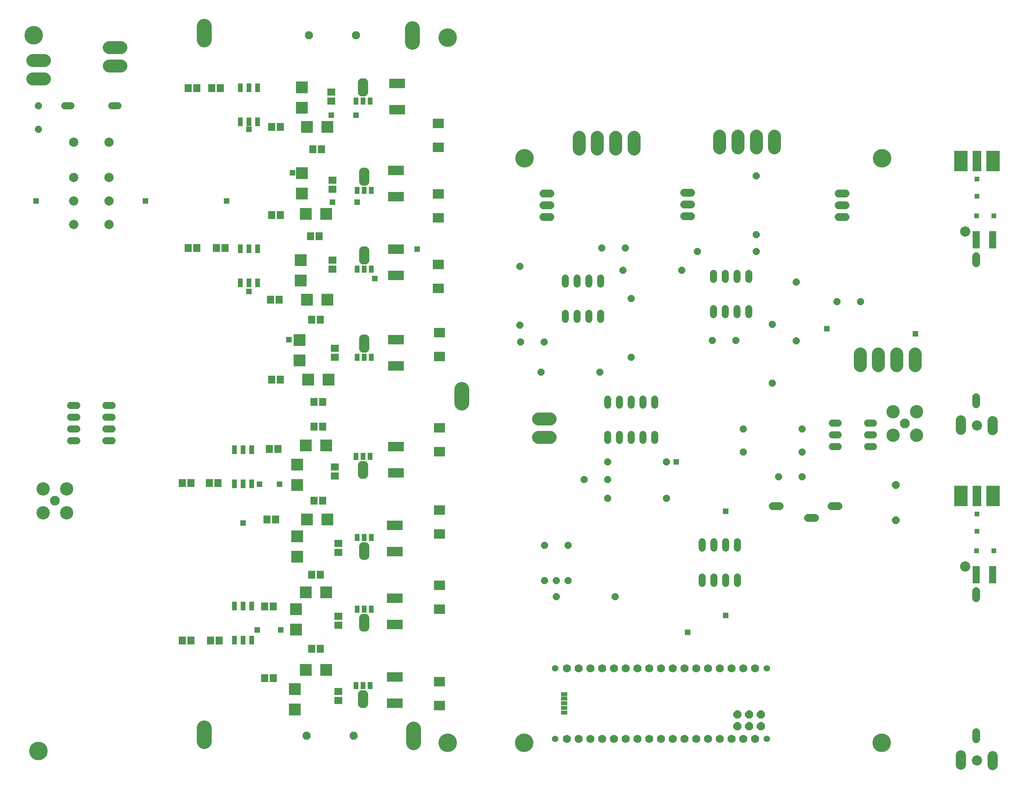
<source format=gts>
G75*
%MOIN*%
%OFA0B0*%
%FSLAX25Y25*%
%IPPOS*%
%LPD*%
%AMOC8*
5,1,8,0,0,1.08239X$1,22.5*
%
%ADD10C,0.15750*%
%ADD11C,0.08674*%
%ADD12C,0.10839*%
%ADD13C,0.08300*%
%ADD14C,0.11300*%
%ADD15R,0.05918X0.06706*%
%ADD16C,0.06000*%
%ADD17C,0.07887*%
%ADD18R,0.04300X0.07400*%
%ADD19R,0.13398X0.07887*%
%ADD20R,0.03950X0.06312*%
%ADD21C,0.06600*%
%ADD22R,0.03937X0.06299*%
%ADD23R,0.09461X0.07887*%
%ADD24C,0.12650*%
%ADD25R,0.10249X0.10249*%
%ADD26OC8,0.06000*%
%ADD27R,0.06706X0.05918*%
%ADD28OC8,0.06800*%
%ADD29C,0.07000*%
%ADD30C,0.05524*%
%ADD31R,0.05800X0.03300*%
%ADD32OC8,0.07000*%
%ADD33OC8,0.06400*%
%ADD34C,0.06800*%
%ADD35R,0.04343X0.03950*%
%ADD36R,0.07800X0.17300*%
%ADD37R,0.11300X0.17300*%
%ADD38C,0.08600*%
%ADD39R,0.03950X0.04343*%
%ADD40R,0.06300X0.14800*%
%ADD41R,0.04762X0.04762*%
D10*
X0028800Y0019800D03*
X0376800Y0026800D03*
X0441800Y0026800D03*
X0745800Y0026800D03*
X0746300Y0524300D03*
X0442300Y0524300D03*
X0376800Y0626800D03*
X0024800Y0628800D03*
D11*
X0816800Y0461800D03*
X0826800Y0296800D03*
X0816800Y0176800D03*
X0826800Y0011800D03*
D12*
X0463820Y0287005D02*
X0453780Y0287005D01*
X0453780Y0302595D02*
X0463820Y0302595D01*
X0727414Y0347780D02*
X0727414Y0357820D01*
X0743005Y0357820D02*
X0743005Y0347780D01*
X0758595Y0347780D02*
X0758595Y0357820D01*
X0774186Y0357820D02*
X0774186Y0347780D01*
X0654686Y0533280D02*
X0654686Y0543320D01*
X0639095Y0543320D02*
X0639095Y0533280D01*
X0623505Y0533280D02*
X0623505Y0543320D01*
X0607914Y0543320D02*
X0607914Y0533280D01*
X0535186Y0532280D02*
X0535186Y0542320D01*
X0519595Y0542320D02*
X0519595Y0532280D01*
X0504005Y0532280D02*
X0504005Y0542320D01*
X0488414Y0542320D02*
X0488414Y0532280D01*
X0098820Y0603005D02*
X0088780Y0603005D01*
X0088780Y0618595D02*
X0098820Y0618595D01*
X0033820Y0607595D02*
X0023780Y0607595D01*
X0023780Y0592005D02*
X0033820Y0592005D01*
D13*
X0042800Y0232800D03*
X0765600Y0298700D03*
D14*
X0755561Y0288661D03*
X0775639Y0288661D03*
X0775639Y0308739D03*
X0755561Y0308739D03*
X0052839Y0242839D03*
X0052839Y0222761D03*
X0032761Y0222761D03*
X0032761Y0242839D03*
D15*
X0151060Y0247800D03*
X0158540Y0247800D03*
X0174060Y0247800D03*
X0181540Y0247800D03*
X0223060Y0216800D03*
X0230540Y0216800D03*
X0263060Y0232800D03*
X0270540Y0232800D03*
X0232540Y0276800D03*
X0225060Y0276800D03*
X0263060Y0295800D03*
X0270540Y0295800D03*
X0270540Y0316800D03*
X0263060Y0316800D03*
X0234540Y0335800D03*
X0227060Y0335800D03*
X0261060Y0386800D03*
X0268540Y0386800D03*
X0233540Y0403800D03*
X0226060Y0403800D03*
X0187540Y0447800D03*
X0180060Y0447800D03*
X0163540Y0447800D03*
X0156060Y0447800D03*
X0227060Y0475800D03*
X0234540Y0475800D03*
X0260060Y0457800D03*
X0267540Y0457800D03*
X0269540Y0531800D03*
X0262060Y0531800D03*
X0234540Y0550800D03*
X0227060Y0550800D03*
X0183540Y0583800D03*
X0176060Y0583800D03*
X0163540Y0583800D03*
X0156060Y0583800D03*
X0261060Y0169800D03*
X0268540Y0169800D03*
X0228540Y0142800D03*
X0221060Y0142800D03*
X0182540Y0113800D03*
X0175060Y0113800D03*
X0158540Y0113800D03*
X0151060Y0113800D03*
X0221060Y0081800D03*
X0228540Y0081800D03*
X0261060Y0106800D03*
X0268540Y0106800D03*
D16*
X0091400Y0283800D02*
X0086200Y0283800D01*
X0086200Y0293800D02*
X0091400Y0293800D01*
X0091400Y0303800D02*
X0086200Y0303800D01*
X0086200Y0313800D02*
X0091400Y0313800D01*
X0061400Y0313800D02*
X0056200Y0313800D01*
X0056200Y0303800D02*
X0061400Y0303800D01*
X0061400Y0293800D02*
X0056200Y0293800D01*
X0056200Y0283800D02*
X0061400Y0283800D01*
X0056400Y0568800D02*
X0051200Y0568800D01*
X0091200Y0568800D02*
X0096400Y0568800D01*
X0476800Y0422400D02*
X0476800Y0417200D01*
X0486800Y0417200D02*
X0486800Y0422400D01*
X0496800Y0422400D02*
X0496800Y0417200D01*
X0506800Y0417200D02*
X0506800Y0422400D01*
X0506800Y0392400D02*
X0506800Y0387200D01*
X0496800Y0387200D02*
X0496800Y0392400D01*
X0486800Y0392400D02*
X0486800Y0387200D01*
X0476800Y0387200D02*
X0476800Y0392400D01*
X0512800Y0319400D02*
X0512800Y0314200D01*
X0522800Y0314200D02*
X0522800Y0319400D01*
X0532800Y0319400D02*
X0532800Y0314200D01*
X0542800Y0314200D02*
X0542800Y0319400D01*
X0552800Y0319400D02*
X0552800Y0314200D01*
X0552800Y0289400D02*
X0552800Y0284200D01*
X0542800Y0284200D02*
X0542800Y0289400D01*
X0532800Y0289400D02*
X0532800Y0284200D01*
X0522800Y0284200D02*
X0522800Y0289400D01*
X0512800Y0289400D02*
X0512800Y0284200D01*
X0593300Y0197900D02*
X0593300Y0192700D01*
X0603300Y0192700D02*
X0603300Y0197900D01*
X0613300Y0197900D02*
X0613300Y0192700D01*
X0623300Y0192700D02*
X0623300Y0197900D01*
X0623300Y0167900D02*
X0623300Y0162700D01*
X0613300Y0162700D02*
X0613300Y0167900D01*
X0603300Y0167900D02*
X0603300Y0162700D01*
X0593300Y0162700D02*
X0593300Y0167900D01*
X0703700Y0278800D02*
X0708900Y0278800D01*
X0708900Y0288800D02*
X0703700Y0288800D01*
X0703700Y0298800D02*
X0708900Y0298800D01*
X0733700Y0298800D02*
X0738900Y0298800D01*
X0738900Y0288800D02*
X0733700Y0288800D01*
X0733700Y0278800D02*
X0738900Y0278800D01*
X0632800Y0391200D02*
X0632800Y0396400D01*
X0622800Y0396400D02*
X0622800Y0391200D01*
X0612800Y0391200D02*
X0612800Y0396400D01*
X0602800Y0396400D02*
X0602800Y0391200D01*
X0602800Y0421200D02*
X0602800Y0426400D01*
X0612800Y0426400D02*
X0612800Y0421200D01*
X0622800Y0421200D02*
X0622800Y0426400D01*
X0632800Y0426400D02*
X0632800Y0421200D01*
D17*
X0088800Y0467800D03*
X0088800Y0487800D03*
X0088800Y0507800D03*
X0058800Y0507800D03*
X0058800Y0487800D03*
X0058800Y0467800D03*
X0058800Y0537800D03*
X0088800Y0537800D03*
D18*
X0200500Y0555250D03*
X0207800Y0555250D03*
X0215100Y0555250D03*
X0215100Y0584350D03*
X0207800Y0584350D03*
X0200500Y0584350D03*
X0200500Y0447350D03*
X0207800Y0447350D03*
X0215100Y0447350D03*
X0215100Y0418250D03*
X0207800Y0418250D03*
X0200500Y0418250D03*
X0202800Y0276350D03*
X0195500Y0276350D03*
X0210100Y0276350D03*
X0210100Y0247250D03*
X0202800Y0247250D03*
X0195500Y0247250D03*
X0195500Y0143350D03*
X0202800Y0143350D03*
X0210100Y0143350D03*
X0210100Y0114250D03*
X0202800Y0114250D03*
X0195500Y0114250D03*
D19*
X0331800Y0127776D03*
X0331800Y0149824D03*
X0331800Y0189776D03*
X0331800Y0211824D03*
X0332800Y0256776D03*
X0332800Y0278824D03*
X0332800Y0347776D03*
X0332800Y0369824D03*
X0332800Y0424776D03*
X0332800Y0446824D03*
X0332800Y0491776D03*
X0332800Y0513824D03*
X0333800Y0565776D03*
X0333800Y0587824D03*
X0331800Y0082824D03*
X0331800Y0060776D03*
D20*
X0310702Y0075599D03*
X0298898Y0075599D03*
X0299898Y0140599D03*
X0311702Y0140599D03*
X0311702Y0201599D03*
X0299898Y0201599D03*
X0298898Y0270599D03*
X0310702Y0270599D03*
X0311702Y0355001D03*
X0299898Y0355001D03*
X0299898Y0430001D03*
X0311702Y0430001D03*
X0311702Y0497001D03*
X0299898Y0497001D03*
X0298898Y0573001D03*
X0310702Y0573001D03*
D21*
X0305900Y0580216D02*
X0303700Y0580216D01*
X0303700Y0588786D01*
X0305900Y0588786D01*
X0305900Y0580216D01*
X0305900Y0586815D02*
X0303700Y0586815D01*
X0304700Y0504216D02*
X0306900Y0504216D01*
X0304700Y0504216D02*
X0304700Y0512786D01*
X0306900Y0512786D01*
X0306900Y0504216D01*
X0306900Y0510815D02*
X0304700Y0510815D01*
X0304700Y0437216D02*
X0306900Y0437216D01*
X0304700Y0437216D02*
X0304700Y0445786D01*
X0306900Y0445786D01*
X0306900Y0437216D01*
X0306900Y0443815D02*
X0304700Y0443815D01*
X0304700Y0362216D02*
X0306900Y0362216D01*
X0304700Y0362216D02*
X0304700Y0370786D01*
X0306900Y0370786D01*
X0306900Y0362216D01*
X0306900Y0368815D02*
X0304700Y0368815D01*
X0303700Y0263384D02*
X0305900Y0263384D01*
X0305900Y0254814D01*
X0303700Y0254814D01*
X0303700Y0263384D01*
X0303700Y0261413D02*
X0305900Y0261413D01*
X0306900Y0194384D02*
X0304700Y0194384D01*
X0306900Y0194384D02*
X0306900Y0185814D01*
X0304700Y0185814D01*
X0304700Y0194384D01*
X0304700Y0192413D02*
X0306900Y0192413D01*
X0306900Y0133384D02*
X0304700Y0133384D01*
X0306900Y0133384D02*
X0306900Y0124814D01*
X0304700Y0124814D01*
X0304700Y0133384D01*
X0304700Y0131413D02*
X0306900Y0131413D01*
X0305900Y0068384D02*
X0303700Y0068384D01*
X0305900Y0068384D02*
X0305900Y0059814D01*
X0303700Y0059814D01*
X0303700Y0068384D01*
X0303700Y0066413D02*
X0305900Y0066413D01*
D22*
X0304800Y0075595D03*
X0305800Y0140595D03*
X0305800Y0201595D03*
X0304800Y0270595D03*
X0305800Y0355005D03*
X0305800Y0430005D03*
X0305800Y0497005D03*
X0304800Y0573005D03*
D23*
X0368800Y0553839D03*
X0368800Y0533761D03*
X0368800Y0493839D03*
X0368800Y0473761D03*
X0368800Y0433839D03*
X0368800Y0413761D03*
X0369800Y0375839D03*
X0369800Y0355761D03*
X0369800Y0294839D03*
X0369800Y0274761D03*
X0369800Y0224839D03*
X0369800Y0204761D03*
X0369800Y0160839D03*
X0369800Y0140761D03*
X0369800Y0078839D03*
X0369800Y0058761D03*
D24*
X0347800Y0038725D02*
X0347800Y0026875D01*
X0169800Y0027875D02*
X0169800Y0039725D01*
X0388800Y0315875D02*
X0388800Y0327725D01*
X0346800Y0622875D02*
X0346800Y0634725D01*
X0169800Y0636725D02*
X0169800Y0624875D01*
D25*
X0252800Y0584461D03*
X0252800Y0567139D03*
X0257139Y0550800D03*
X0274461Y0550800D03*
X0252800Y0511461D03*
X0252800Y0494139D03*
X0256139Y0476800D03*
X0273461Y0476800D03*
X0251800Y0437461D03*
X0251800Y0420139D03*
X0257139Y0403800D03*
X0274461Y0403800D03*
X0250800Y0369461D03*
X0250800Y0352139D03*
X0258139Y0335800D03*
X0275461Y0335800D03*
X0273461Y0279800D03*
X0256139Y0279800D03*
X0248800Y0263461D03*
X0248800Y0246139D03*
X0257139Y0216800D03*
X0274461Y0216800D03*
X0248800Y0202461D03*
X0248800Y0185139D03*
X0256139Y0154800D03*
X0247800Y0140461D03*
X0247800Y0123139D03*
X0256139Y0088800D03*
X0273461Y0088800D03*
X0246800Y0072461D03*
X0246800Y0055139D03*
X0273461Y0154800D03*
D26*
X0459300Y0164800D03*
X0469300Y0164800D03*
X0479300Y0164800D03*
X0469300Y0151300D03*
X0459300Y0194800D03*
X0479300Y0194800D03*
X0512800Y0234800D03*
X0512800Y0250800D03*
X0512800Y0265800D03*
X0492800Y0250800D03*
X0562800Y0265800D03*
X0562800Y0234800D03*
X0628300Y0274300D03*
X0628300Y0293800D03*
X0652800Y0332800D03*
X0673300Y0368800D03*
X0652800Y0382800D03*
X0621800Y0369300D03*
X0601800Y0369300D03*
X0532800Y0354800D03*
X0506300Y0342300D03*
X0458800Y0367800D03*
X0438800Y0367800D03*
X0438300Y0382300D03*
X0456300Y0342300D03*
X0532800Y0404800D03*
X0525800Y0428800D03*
X0527800Y0447800D03*
X0507800Y0447800D03*
X0575800Y0428800D03*
X0589300Y0444800D03*
X0639300Y0444800D03*
X0639300Y0459300D03*
X0673300Y0418800D03*
X0707800Y0402300D03*
X0727800Y0402300D03*
X0639300Y0509300D03*
X0438300Y0432300D03*
X0678300Y0293800D03*
X0678300Y0274300D03*
X0678300Y0253300D03*
X0658300Y0253300D03*
X0519300Y0151300D03*
X0028800Y0548800D03*
X0028800Y0568800D03*
D27*
X0277800Y0573060D03*
X0277800Y0580540D03*
X0278800Y0505540D03*
X0278800Y0498060D03*
X0278800Y0437540D03*
X0278800Y0430060D03*
X0280800Y0362540D03*
X0280800Y0355060D03*
X0280800Y0261540D03*
X0280800Y0254060D03*
X0283800Y0196540D03*
X0283800Y0189060D03*
X0283800Y0134540D03*
X0283800Y0127060D03*
X0283800Y0070540D03*
X0283800Y0063060D03*
D28*
X0296800Y0032800D03*
X0256800Y0032800D03*
X0258800Y0628800D03*
X0298800Y0628800D03*
D29*
X0478300Y0090300D03*
X0488300Y0090300D03*
X0498300Y0090300D03*
X0508300Y0090300D03*
X0518300Y0090300D03*
X0528300Y0090300D03*
X0538300Y0090300D03*
X0548300Y0090300D03*
X0558300Y0090300D03*
X0568300Y0090300D03*
X0578300Y0090300D03*
X0588300Y0090300D03*
X0598300Y0090300D03*
X0608300Y0090300D03*
X0618300Y0090300D03*
X0628300Y0090300D03*
X0638300Y0090300D03*
X0638300Y0030300D03*
X0628300Y0030300D03*
X0618300Y0030300D03*
X0608300Y0030300D03*
X0598300Y0030300D03*
X0588300Y0030300D03*
X0578300Y0030300D03*
X0568300Y0030300D03*
X0558300Y0030300D03*
X0548300Y0030300D03*
X0538300Y0030300D03*
X0528300Y0030300D03*
X0518300Y0030300D03*
X0508300Y0030300D03*
X0498300Y0030300D03*
X0488300Y0030300D03*
X0478300Y0030300D03*
D30*
X0468300Y0030300D03*
X0468300Y0090300D03*
X0648300Y0090300D03*
X0648300Y0030300D03*
D31*
X0475700Y0052700D03*
X0475700Y0056700D03*
X0475700Y0060500D03*
X0475700Y0064500D03*
X0475700Y0068400D03*
D32*
X0623300Y0050800D03*
X0623300Y0040800D03*
X0633300Y0040800D03*
X0633300Y0050800D03*
X0643300Y0050800D03*
X0643300Y0040800D03*
D33*
X0757800Y0216300D03*
X0757800Y0246300D03*
D34*
X0709300Y0228300D02*
X0703300Y0228300D01*
X0689300Y0218300D02*
X0683300Y0218300D01*
X0659300Y0228300D02*
X0653300Y0228300D01*
X0826300Y0155800D02*
X0826300Y0149800D01*
X0826300Y0035800D02*
X0826300Y0029800D01*
X0826300Y0314800D02*
X0826300Y0320800D01*
X0826300Y0434800D02*
X0826300Y0440800D01*
X0715300Y0474300D02*
X0709300Y0474300D01*
X0709300Y0484300D02*
X0715300Y0484300D01*
X0715300Y0494300D02*
X0709300Y0494300D01*
X0583800Y0494800D02*
X0577800Y0494800D01*
X0577800Y0484800D02*
X0583800Y0484800D01*
X0583800Y0474800D02*
X0577800Y0474800D01*
X0464300Y0474300D02*
X0458300Y0474300D01*
X0458300Y0484300D02*
X0464300Y0484300D01*
X0464300Y0494300D02*
X0458300Y0494300D01*
D35*
X0826800Y0492017D03*
X0826800Y0506583D03*
X0826800Y0221583D03*
X0826800Y0207017D03*
D36*
X0826800Y0236972D03*
X0826800Y0521972D03*
D37*
X0813042Y0521972D03*
X0840558Y0521972D03*
X0840558Y0236972D03*
X0813042Y0236972D03*
D38*
X0813300Y0293400D02*
X0813300Y0301200D01*
X0840300Y0300700D02*
X0840300Y0292900D01*
X0840300Y0015700D02*
X0840300Y0007900D01*
X0813300Y0008400D02*
X0813300Y0016200D01*
D39*
X0826517Y0190300D03*
X0841083Y0190300D03*
X0841083Y0475300D03*
X0826517Y0475300D03*
D40*
X0826300Y0454800D03*
X0840300Y0454800D03*
X0840300Y0169800D03*
X0826300Y0169800D03*
D41*
X0613300Y0135300D03*
X0580800Y0120800D03*
X0613300Y0223800D03*
X0571300Y0265800D03*
X0699300Y0379300D03*
X0774379Y0374812D03*
X0350800Y0446800D03*
X0314800Y0421800D03*
X0241800Y0369800D03*
X0207800Y0410800D03*
X0188800Y0487800D03*
X0244800Y0511800D03*
X0278800Y0486800D03*
X0299800Y0486800D03*
X0207800Y0548800D03*
X0277800Y0560800D03*
X0298800Y0560800D03*
X0119800Y0487800D03*
X0026800Y0487800D03*
X0216800Y0246800D03*
X0233800Y0246800D03*
X0202800Y0213800D03*
X0214800Y0122800D03*
X0234800Y0122800D03*
M02*

</source>
